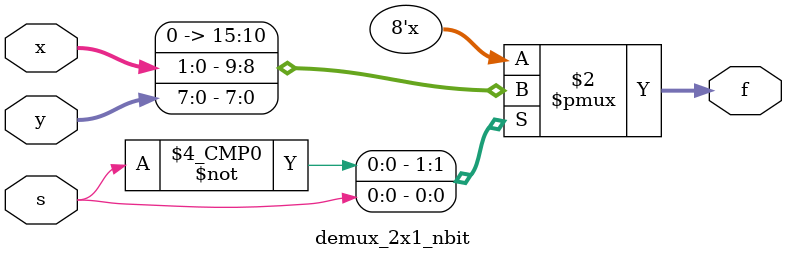
<source format=v>
`timescale 1ns / 1ps

module demux_2x1_nbit
#(parameter N = 2)(
    input [N-1:0] x, 
    input [7:0] y,
    input s,
    output reg [7:0] f
    );
    
    //if op_sel[1]==0, select add_sub and concatenate to make result 8 bits
    //if op_sel[1]==1, select multiplier
    always@(*)
        begin
        case(s)
        0:f={{4{0}},x};
        1:f=y;
        endcase
    end
    
endmodule

</source>
